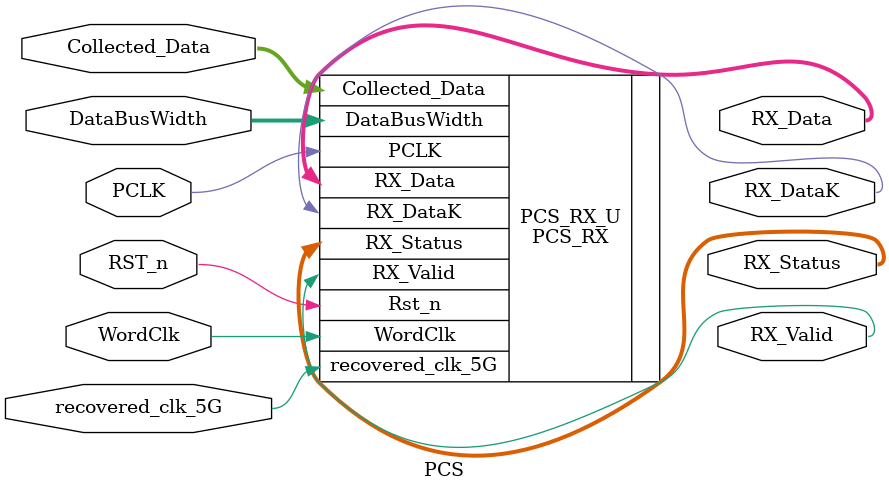
<source format=v>
module PCS (
    ///////// CLOCKS   /////////////	
    input          PCLK,
    input          RST_n,
    //input          Bit_Rate_Clk_10,
    input [ 5 : 0] DataBusWidth,
    ///////// DATA     ////////////
   // input [31 : 0] MAC_TX_Data,
   // input [ 3 : 0] MAC_TX_Datak,
   // input          MAC_Data_En,
    // input          buffer_mode,
    //input 				  K285						,
    input          WordClk,
    // input          CLK_5G,
    input          recovered_clk_5G,
    input [   9:0] Collected_Data,

    // input                Loopback_Path          ,
    // ///////// CONTROL  //////////               
    // input                TxElecIdle             ,
    // input                TxDetectRx_Loopback    ,
    // input                Tx_Compilance          ,
    ////////  OUTPUTS  //////////
    //output [9 : 0] Data_In_PMA,

    output [31:0] RX_Data,
    output        RX_DataK,
    output [ 2:0] RX_Status,
    output        RX_Valid
);



  // PCS_TX PCS_TX_U (

  //     .PCLK           (PCLK),
  //     .RST_n          (RST_n),
  //     .Bit_Rate_Clk_10(Bit_Rate_Clk_10),
  //     .DataBusWidth   (DataBusWidth),
  //     .MAC_TX_Data    (MAC_TX_Data),
  //     .MAC_TX_Datak   (MAC_TX_Datak),
  //     .MAC_Data_En    (MAC_Data_En),
  //     // .Loopback_Path        (Loopback_Path)           , 
  //     // .TxElecIdle           (TxElecIdle)              ,
  //     // .TxDetectRx_Loopback  (TxDetectRx_Loopback)     ,
  //     // .Tx_Compilance        (Tx_Compilance)           ,
  //     .Data_In_PMA    (Data_In_PMA)

  // );


  PCS_RX #(
      .DATA_WIDTH  (10),
      .BUFFER_WIDTH(10),
      .BUFFER_DEPTH(16)
  ) PCS_RX_U (
      //.K285          (K285),	// from pma
      .WordClk         (WordClk),           // 
      .Collected_Data  (Collected_Data),    //from PMA
      .PCLK            (PCLK),
      .recovered_clk_5G(recovered_clk_5G),  //  in port
      .Rst_n           (RST_n),
      //.buffer_mode   (buffer_mode),     // in port
      .DataBusWidth    (DataBusWidth),
      .RX_Data         (RX_Data),
      .RX_DataK        (RX_DataK),
      .RX_Status       (RX_Status),
      .RX_Valid        (RX_Valid)
  );

endmodule

</source>
